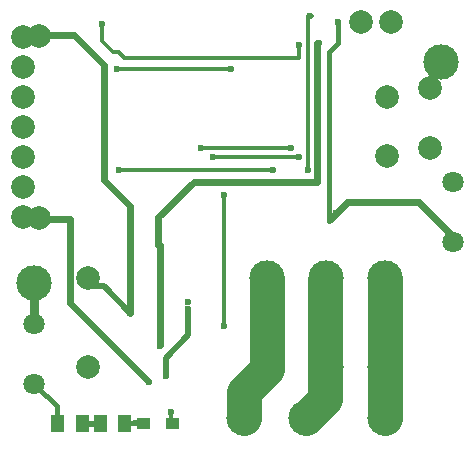
<source format=gbr>
%FSLAX32Y32*%
%MOMM*%
%LNKUPFERSEITE1*%
G71*
G01*
%ADD10C, 2.00*%
%ADD11C, 3.00*%
%ADD12C, 3.00*%
%ADD13C, 2.00*%
%ADD14C, 0.60*%
%ADD15C, 0.60*%
%ADD16C, 1.80*%
%ADD17C, 0.50*%
%ADD18C, 3.00*%
%ADD19C, 0.40*%
%ADD20C, 0.80*%
%ADD21C, 0.30*%
%ADD22C, 2.00*%
%LPD*%
X4345Y5057D02*
G54D10*
D03*
X4345Y4304D02*
G54D10*
D03*
X5858Y4301D02*
G54D11*
D03*
X5858Y5054D02*
G54D11*
D03*
X6360Y4301D02*
G54D11*
D03*
X6360Y5054D02*
G54D11*
D03*
X6862Y4301D02*
G54D11*
D03*
X6862Y5054D02*
G54D11*
D03*
G54D12*
X6858Y3872D02*
X6858Y5047D01*
G54D12*
X6350Y5031D02*
X6350Y4031D01*
X6191Y3872D01*
G54D12*
X5858Y5047D02*
X5858Y4285D01*
X5667Y4094D01*
X6874Y6085D02*
G54D13*
D03*
X6874Y6585D02*
G54D13*
D03*
X3927Y5564D02*
G54D13*
D03*
X3927Y7104D02*
G54D13*
D03*
G54D14*
X4953Y4491D02*
X4953Y5333D01*
X4953Y4476D02*
G54D15*
D03*
X4953Y5333D02*
G54D15*
D03*
X7239Y6666D02*
G54D13*
D03*
X7239Y6158D02*
G54D13*
D03*
X4858Y4174D02*
G54D15*
D03*
X7430Y5364D02*
G54D16*
D03*
X7430Y5872D02*
G54D16*
D03*
G36*
X4710Y3755D02*
X4600Y3755D01*
X4600Y3895D01*
X4710Y3895D01*
X4710Y3755D01*
G37*
G36*
X4504Y3755D02*
X4394Y3755D01*
X4394Y3895D01*
X4504Y3895D01*
X4504Y3755D01*
G37*
G36*
X4760Y3869D02*
X4865Y3869D01*
X4865Y3779D01*
X4760Y3779D01*
X4760Y3869D01*
G37*
G36*
X5007Y3869D02*
X5112Y3869D01*
X5112Y3779D01*
X5007Y3779D01*
X5007Y3869D01*
G37*
X5493Y4650D02*
G54D15*
D03*
X5191Y4793D02*
G54D15*
D03*
X5191Y4856D02*
G54D15*
D03*
G36*
X4350Y3755D02*
X4240Y3755D01*
X4240Y3895D01*
X4350Y3895D01*
X4350Y3755D01*
G37*
G36*
X4144Y3755D02*
X4034Y3755D01*
X4034Y3895D01*
X4144Y3895D01*
X4144Y3755D01*
G37*
G54D17*
X4445Y3831D02*
X4433Y3820D01*
X4299Y3820D01*
X5667Y3872D02*
G54D18*
D03*
X6191Y3872D02*
G54D18*
D03*
X6858Y3872D02*
G54D18*
D03*
G54D12*
X5667Y4094D02*
X5667Y3872D01*
X7334Y6888D02*
G54D18*
D03*
X3889Y4666D02*
G54D16*
D03*
X3889Y4158D02*
G54D16*
D03*
X6398Y5555D02*
G54D15*
D03*
X6445Y5603D02*
G54D15*
D03*
G54D14*
X7445Y5396D02*
X7144Y5698D01*
X6540Y5698D01*
X6398Y5555D01*
G54D19*
X4810Y3825D02*
X4683Y3825D01*
X4667Y3809D01*
G54D19*
X4080Y3825D02*
X4080Y3968D01*
X3905Y4142D01*
X3889Y5015D02*
G54D18*
D03*
G54D20*
X3889Y5015D02*
X3889Y4650D01*
X5048Y3920D02*
G54D15*
D03*
G54D21*
X5048Y3920D02*
X5048Y3840D01*
X4747Y3825D02*
G54D15*
D03*
G54D21*
X6239Y7270D02*
X6207Y7270D01*
X6207Y5968D01*
G54D21*
X5493Y4650D02*
X5493Y5761D01*
X5493Y5761D02*
G54D15*
D03*
G54D21*
X4604Y5968D02*
X5906Y5968D01*
X5906Y5968D02*
G54D15*
D03*
X4604Y5968D02*
G54D15*
D03*
G54D17*
X5191Y4793D02*
X5191Y4571D01*
X5001Y4380D01*
X5001Y4237D01*
X5001Y4222D02*
G54D15*
D03*
G54D17*
X4334Y4984D02*
X4477Y4984D01*
X4699Y4761D01*
X4699Y4761D02*
G54D15*
D03*
G54D14*
X4699Y4761D02*
X4699Y5666D01*
X4477Y5888D01*
X4477Y6857D01*
X4223Y7111D01*
X3937Y7111D01*
G54D14*
X4937Y5333D02*
X4937Y5571D01*
X5239Y5872D01*
X6286Y5872D01*
X6286Y7047D01*
X6302Y7047D02*
G54D15*
D03*
G54D14*
X3921Y5555D02*
X4191Y5555D01*
X4191Y4841D01*
X4842Y4190D01*
G54D19*
X6382Y5539D02*
X6382Y6968D01*
X6461Y7047D01*
X6461Y7222D01*
X6461Y7222D02*
G54D15*
D03*
X3794Y6840D02*
G54D22*
D03*
X3794Y6586D02*
G54D22*
D03*
X3794Y6332D02*
G54D22*
D03*
X3794Y6078D02*
G54D22*
D03*
X3794Y5824D02*
G54D22*
D03*
X3794Y5570D02*
G54D22*
D03*
X4588Y6825D02*
G54D15*
D03*
X5556Y6825D02*
G54D15*
D03*
G54D21*
X4588Y6825D02*
X5556Y6825D01*
X5191Y5809D02*
G54D15*
D03*
X6906Y7222D02*
G54D22*
D03*
X6652Y7222D02*
G54D22*
D03*
X6207Y5968D02*
G54D15*
D03*
X5302Y6158D02*
G54D15*
D03*
X5398Y6079D02*
G54D15*
D03*
G54D21*
X5398Y6079D02*
X6128Y6079D01*
G54D21*
X5302Y6158D02*
X6064Y6158D01*
X6128Y6079D02*
G54D15*
D03*
X6064Y6158D02*
G54D15*
D03*
G54D21*
X4461Y7206D02*
X4461Y7063D01*
X4556Y6968D01*
X4604Y6968D01*
X4651Y6920D01*
X6128Y6920D01*
X6128Y7031D01*
X6128Y7031D02*
G54D15*
D03*
X3794Y7095D02*
G54D22*
D03*
X4461Y7206D02*
G54D15*
D03*
X6223Y7270D02*
G54D15*
D03*
M02*

</source>
